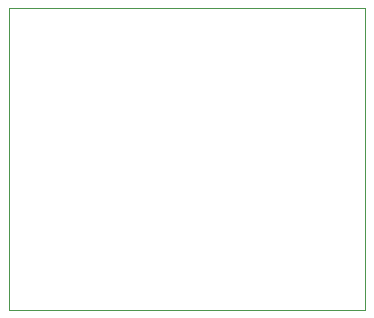
<source format=gbr>
G04 #@! TF.GenerationSoftware,KiCad,Pcbnew,(5.1.2)-2*
G04 #@! TF.CreationDate,2021-11-10T11:28:24-03:00*
G04 #@! TF.ProjectId,MAG_Plus,4d41475f-506c-4757-932e-6b696361645f,rev?*
G04 #@! TF.SameCoordinates,Original*
G04 #@! TF.FileFunction,Profile,NP*
%FSLAX46Y46*%
G04 Gerber Fmt 4.6, Leading zero omitted, Abs format (unit mm)*
G04 Created by KiCad (PCBNEW (5.1.2)-2) date 2021-11-10 11:28:24*
%MOMM*%
%LPD*%
G04 APERTURE LIST*
%ADD10C,0.050000*%
G04 APERTURE END LIST*
D10*
X147850000Y-192750000D02*
X147950000Y-192750000D01*
X147850000Y-167150000D02*
X147850000Y-192750000D01*
X147950000Y-167150000D02*
X147850000Y-167150000D01*
X177950000Y-167150000D02*
X177850000Y-167150000D01*
X177950000Y-192750000D02*
X177950000Y-167150000D01*
X147950000Y-192750000D02*
X177950000Y-192750000D01*
X147950000Y-167150000D02*
X177850000Y-167150000D01*
M02*

</source>
